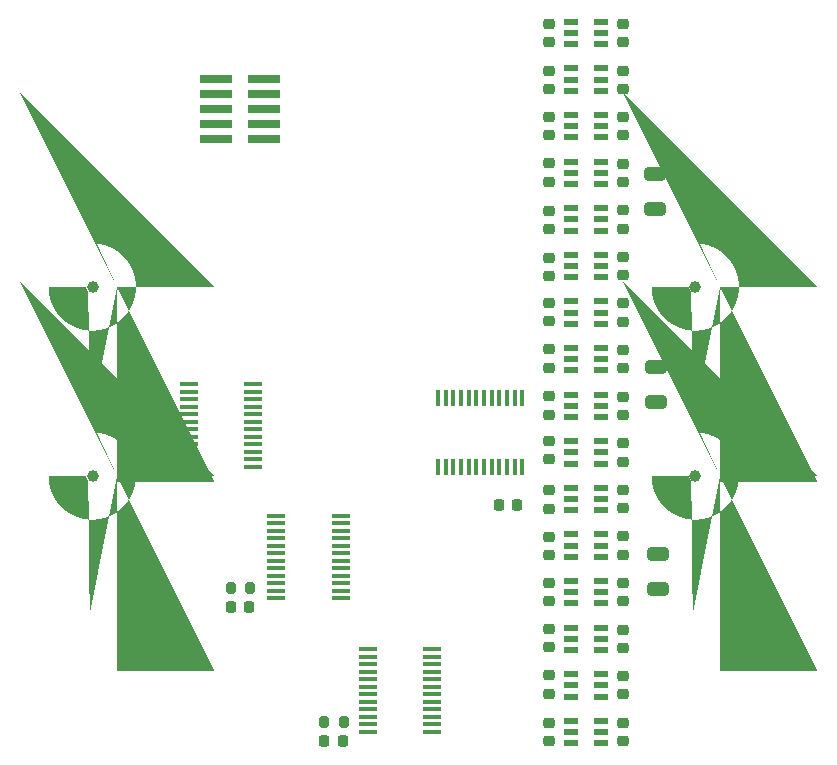
<source format=gbr>
%TF.GenerationSoftware,KiCad,Pcbnew,7.0.5*%
%TF.CreationDate,2023-09-21T19:27:35-05:00*%
%TF.ProjectId,KiCadPanel,4b694361-6450-4616-9e65-6c2e6b696361,rev?*%
%TF.SameCoordinates,Original*%
%TF.FileFunction,Soldermask,Top*%
%TF.FilePolarity,Negative*%
%FSLAX46Y46*%
G04 Gerber Fmt 4.6, Leading zero omitted, Abs format (unit mm)*
G04 Created by KiCad (PCBNEW 7.0.5) date 2023-09-21 19:27:35*
%MOMM*%
%LPD*%
G01*
G04 APERTURE LIST*
G04 Aperture macros list*
%AMRoundRect*
0 Rectangle with rounded corners*
0 $1 Rounding radius*
0 $2 $3 $4 $5 $6 $7 $8 $9 X,Y pos of 4 corners*
0 Add a 4 corners polygon primitive as box body*
4,1,4,$2,$3,$4,$5,$6,$7,$8,$9,$2,$3,0*
0 Add four circle primitives for the rounded corners*
1,1,$1+$1,$2,$3*
1,1,$1+$1,$4,$5*
1,1,$1+$1,$6,$7*
1,1,$1+$1,$8,$9*
0 Add four rect primitives between the rounded corners*
20,1,$1+$1,$2,$3,$4,$5,0*
20,1,$1+$1,$4,$5,$6,$7,0*
20,1,$1+$1,$6,$7,$8,$9,0*
20,1,$1+$1,$8,$9,$2,$3,0*%
%AMFreePoly0*
4,1,85,-1.713245,3.679731,-1.330727,3.619146,-0.956637,3.518909,-0.595074,3.380118,-0.250000,3.204294,0.074805,2.993363,0.375783,2.749636,0.649636,2.475783,0.893363,2.174805,1.104294,1.850000,1.280118,1.504926,1.418909,1.143363,1.519146,0.769273,1.579731,0.386755,1.600000,0.000000,1.579731,-0.386755,1.519146,-0.769273,1.418909,-1.143363,1.280118,-1.504926,1.104294,-1.850000,
0.893363,-2.174805,0.649636,-2.475783,0.375783,-2.749636,0.074805,-2.993363,-0.250000,-3.204294,-0.595074,-3.380118,-0.956637,-3.518909,-1.330727,-3.619146,-1.713245,-3.679731,-2.100000,-3.700000,-2.486755,-3.679731,-2.869273,-3.619146,-3.243363,-3.518909,-3.604926,-3.380118,-3.950000,-3.204294,-4.274805,-2.993363,-4.575783,-2.749636,-4.849636,-2.475783,-5.093363,-2.174805,-5.304294,-1.850000,
-5.480118,-1.504926,-5.618909,-1.143363,-5.719146,-0.769273,-5.779731,-0.386755,-5.800000,0.000000,-2.605142,0.000000,-2.584680,-0.142315,-2.524952,-0.273100,-2.430798,-0.381761,-2.309844,-0.459493,-2.171889,-0.500000,-2.028111,-0.500000,-1.890156,-0.459493,-1.769202,-0.381761,-1.675048,-0.273100,-1.615320,-0.142315,-1.594858,0.000000,-1.615320,0.142315,-1.675048,0.273100,-1.769202,0.381761,
-1.890156,0.459493,-2.028111,0.500000,-2.171889,0.500000,-2.309844,0.459493,-2.430798,0.381761,-2.524952,0.273100,-2.584680,0.142315,-2.605142,0.000000,-5.800000,0.000000,-5.779731,0.386755,-5.719146,0.769273,-5.618909,1.143363,-5.480118,1.504926,-5.304294,1.850000,-5.093363,2.174805,-4.849636,2.475783,-4.575783,2.749636,-4.274805,2.993363,-3.950000,3.204294,-3.604926,3.380118,
-3.243363,3.518909,-2.869273,3.619146,-2.486755,3.679731,-2.100000,3.700000,-1.713245,3.679731,-1.713245,3.679731,$1*%
G04 Aperture macros list end*
%ADD10RoundRect,0.225000X0.225000X0.250000X-0.225000X0.250000X-0.225000X-0.250000X0.225000X-0.250000X0*%
%ADD11RoundRect,0.225000X-0.250000X0.225000X-0.250000X-0.225000X0.250000X-0.225000X0.250000X0.225000X0*%
%ADD12R,1.150000X0.600000*%
%ADD13R,2.770000X0.650000*%
%ADD14C,1.000000*%
%ADD15FreePoly0,0.000000*%
%ADD16R,1.522000X0.435000*%
%ADD17RoundRect,0.250000X-0.650000X0.325000X-0.650000X-0.325000X0.650000X-0.325000X0.650000X0.325000X0*%
%ADD18RoundRect,0.200000X0.200000X0.275000X-0.200000X0.275000X-0.200000X-0.275000X0.200000X-0.275000X0*%
%ADD19R,0.450000X1.475000*%
G04 APERTURE END LIST*
D10*
%TO.C,C19*%
X142470000Y-92450000D03*
X140920000Y-92450000D03*
%TD*%
D11*
%TO.C,C27*%
X151390000Y-106921000D03*
X151390000Y-108471000D03*
%TD*%
%TO.C,C21*%
X145130000Y-71485000D03*
X145130000Y-73035000D03*
%TD*%
D12*
%TO.C,IC18*%
X146960000Y-79132000D03*
X146960000Y-80082000D03*
X146960000Y-81032000D03*
X149560000Y-81032000D03*
X149560000Y-80082000D03*
X149560000Y-79132000D03*
%TD*%
D11*
%TO.C,C5*%
X151390000Y-99033000D03*
X151390000Y-100583000D03*
%TD*%
%TO.C,C3*%
X151390000Y-67481000D03*
X151390000Y-69031000D03*
%TD*%
D12*
%TO.C,IC5*%
X146960000Y-98862000D03*
X146960000Y-99812000D03*
X146960000Y-100762000D03*
X149560000Y-100762000D03*
X149560000Y-99812000D03*
X149560000Y-98862000D03*
%TD*%
D13*
%TO.C,J1*%
X121010000Y-56350000D03*
X121010000Y-57620000D03*
X121010000Y-58890000D03*
X121010000Y-60160000D03*
X121010000Y-61430000D03*
X116970000Y-56350000D03*
X116970000Y-57620000D03*
X116970000Y-58890000D03*
X116970000Y-60160000D03*
X116970000Y-61430000D03*
%TD*%
D11*
%TO.C,C35*%
X151390000Y-95089000D03*
X151390000Y-96639000D03*
%TD*%
D14*
%TO.C,H102*%
X106500000Y-74000000D03*
D15*
X108600000Y-74000000D03*
%TD*%
D12*
%TO.C,IC4*%
X146960000Y-83078000D03*
X146960000Y-84028000D03*
X146960000Y-84978000D03*
X149560000Y-84978000D03*
X149560000Y-84028000D03*
X149560000Y-83078000D03*
%TD*%
D11*
%TO.C,C31*%
X145130000Y-106850000D03*
X145130000Y-108400000D03*
%TD*%
%TO.C,C20*%
X145130000Y-55655000D03*
X145130000Y-57205000D03*
%TD*%
D12*
%TO.C,IC3*%
X146960000Y-67294000D03*
X146960000Y-68244000D03*
X146960000Y-69194000D03*
X149560000Y-69194000D03*
X149560000Y-68244000D03*
X149560000Y-67294000D03*
%TD*%
D11*
%TO.C,C37*%
X145130000Y-63510000D03*
X145130000Y-65060000D03*
%TD*%
%TO.C,C38*%
X145130000Y-79260000D03*
X145130000Y-80810000D03*
%TD*%
D16*
%TO.C,IC10*%
X127490000Y-100334000D03*
X127490000Y-99700000D03*
X127490000Y-99064000D03*
X127490000Y-98430000D03*
X127490000Y-97794000D03*
X127490000Y-97160000D03*
X127490000Y-96524000D03*
X127490000Y-95890000D03*
X127490000Y-95254000D03*
X127490000Y-94620000D03*
X127490000Y-93984000D03*
X127490000Y-93350000D03*
X122062000Y-93350000D03*
X122062000Y-93984000D03*
X122062000Y-94620000D03*
X122062000Y-95254000D03*
X122062000Y-95890000D03*
X122062000Y-96524000D03*
X122062000Y-97160000D03*
X122062000Y-97794000D03*
X122062000Y-98430000D03*
X122062000Y-99064000D03*
X122062000Y-99700000D03*
X122062000Y-100334000D03*
%TD*%
D11*
%TO.C,C22*%
X145130000Y-87025000D03*
X145130000Y-88575000D03*
%TD*%
D17*
%TO.C,C6*%
X154080000Y-64435000D03*
X154080000Y-67385000D03*
%TD*%
D14*
%TO.C,H103*%
X106500000Y-90000000D03*
D15*
X108600000Y-90000000D03*
%TD*%
D11*
%TO.C,C26*%
X151390000Y-91145000D03*
X151390000Y-92695000D03*
%TD*%
%TO.C,C16*%
X151390000Y-87201000D03*
X151390000Y-88751000D03*
%TD*%
%TO.C,C28*%
X145130000Y-59575000D03*
X145130000Y-61125000D03*
%TD*%
D10*
%TO.C,C32*%
X112790000Y-89050000D03*
X111240000Y-89050000D03*
%TD*%
D11*
%TO.C,C17*%
X151390000Y-102977000D03*
X151390000Y-104527000D03*
%TD*%
%TO.C,C12*%
X145130000Y-83235000D03*
X145130000Y-84785000D03*
%TD*%
D12*
%TO.C,IC2*%
X146960000Y-51510000D03*
X146960000Y-52460000D03*
X146960000Y-53410000D03*
X149560000Y-53410000D03*
X149560000Y-52460000D03*
X149560000Y-51510000D03*
%TD*%
D18*
%TO.C,R3*%
X112840000Y-87390000D03*
X111190000Y-87390000D03*
%TD*%
D12*
%TO.C,IC14*%
X146960000Y-90970000D03*
X146960000Y-91920000D03*
X146960000Y-92870000D03*
X149560000Y-92870000D03*
X149560000Y-91920000D03*
X149560000Y-90970000D03*
%TD*%
D19*
%TO.C,IC11*%
X142890000Y-83374000D03*
X142240000Y-83374000D03*
X141590000Y-83374000D03*
X140940000Y-83374000D03*
X140290000Y-83374000D03*
X139640000Y-83374000D03*
X138990000Y-83374000D03*
X138340000Y-83374000D03*
X137690000Y-83374000D03*
X137040000Y-83374000D03*
X136390000Y-83374000D03*
X135740000Y-83374000D03*
X135740000Y-89250000D03*
X136390000Y-89250000D03*
X137040000Y-89250000D03*
X137690000Y-89250000D03*
X138340000Y-89250000D03*
X138990000Y-89250000D03*
X139640000Y-89250000D03*
X140290000Y-89250000D03*
X140940000Y-89250000D03*
X141590000Y-89250000D03*
X142240000Y-89250000D03*
X142890000Y-89250000D03*
%TD*%
D11*
%TO.C,C36*%
X151390000Y-110865000D03*
X151390000Y-112415000D03*
%TD*%
D12*
%TO.C,IC13*%
X146960000Y-75186000D03*
X146960000Y-76136000D03*
X146960000Y-77086000D03*
X149560000Y-77086000D03*
X149560000Y-76136000D03*
X149560000Y-75186000D03*
%TD*%
D10*
%TO.C,C18*%
X119760000Y-101030000D03*
X118210000Y-101030000D03*
%TD*%
D12*
%TO.C,IC7*%
X146960000Y-71240000D03*
X146960000Y-72190000D03*
X146960000Y-73140000D03*
X149560000Y-73140000D03*
X149560000Y-72190000D03*
X149560000Y-71240000D03*
%TD*%
%TO.C,IC9*%
X146960000Y-102808000D03*
X146960000Y-103758000D03*
X146960000Y-104708000D03*
X149560000Y-104708000D03*
X149560000Y-103758000D03*
X149560000Y-102808000D03*
%TD*%
D10*
%TO.C,C1*%
X127660000Y-112390000D03*
X126110000Y-112390000D03*
%TD*%
D17*
%TO.C,C7*%
X154330000Y-96575000D03*
X154330000Y-99525000D03*
%TD*%
D11*
%TO.C,C14*%
X151390000Y-55649000D03*
X151390000Y-57199000D03*
%TD*%
D12*
%TO.C,IC8*%
X146960000Y-87024000D03*
X146960000Y-87974000D03*
X146960000Y-88924000D03*
X149560000Y-88924000D03*
X149560000Y-87974000D03*
X149560000Y-87024000D03*
%TD*%
D14*
%TO.C,H101*%
X157500000Y-90000000D03*
D15*
X159600000Y-90000000D03*
%TD*%
D11*
%TO.C,C4*%
X151390000Y-83257000D03*
X151390000Y-84807000D03*
%TD*%
D12*
%TO.C,IC19*%
X146960000Y-94916000D03*
X146960000Y-95866000D03*
X146960000Y-96816000D03*
X149560000Y-96816000D03*
X149560000Y-95866000D03*
X149560000Y-94916000D03*
%TD*%
D11*
%TO.C,C33*%
X151390000Y-63537000D03*
X151390000Y-65087000D03*
%TD*%
D12*
%TO.C,IC17*%
X146960000Y-63348000D03*
X146960000Y-64298000D03*
X146960000Y-65248000D03*
X149560000Y-65248000D03*
X149560000Y-64298000D03*
X149560000Y-63348000D03*
%TD*%
D11*
%TO.C,C24*%
X151390000Y-59593000D03*
X151390000Y-61143000D03*
%TD*%
D16*
%TO.C,IC16*%
X120100000Y-89194000D03*
X120100000Y-88560000D03*
X120100000Y-87924000D03*
X120100000Y-87290000D03*
X120100000Y-86654000D03*
X120100000Y-86020000D03*
X120100000Y-85384000D03*
X120100000Y-84750000D03*
X120100000Y-84114000D03*
X120100000Y-83480000D03*
X120100000Y-82844000D03*
X120100000Y-82210000D03*
X114672000Y-82210000D03*
X114672000Y-82844000D03*
X114672000Y-83480000D03*
X114672000Y-84114000D03*
X114672000Y-84750000D03*
X114672000Y-85384000D03*
X114672000Y-86020000D03*
X114672000Y-86654000D03*
X114672000Y-87290000D03*
X114672000Y-87924000D03*
X114672000Y-88560000D03*
X114672000Y-89194000D03*
%TD*%
D12*
%TO.C,IC15*%
X146960000Y-106754000D03*
X146960000Y-107704000D03*
X146960000Y-108654000D03*
X149560000Y-108654000D03*
X149560000Y-107704000D03*
X149560000Y-106754000D03*
%TD*%
D11*
%TO.C,C40*%
X145130000Y-110865000D03*
X145130000Y-112415000D03*
%TD*%
%TO.C,C11*%
X145130000Y-67505000D03*
X145130000Y-69055000D03*
%TD*%
D12*
%TO.C,IC20*%
X146960000Y-110700000D03*
X146960000Y-111650000D03*
X146960000Y-112600000D03*
X149560000Y-112600000D03*
X149560000Y-111650000D03*
X149560000Y-110700000D03*
%TD*%
D11*
%TO.C,C2*%
X151390000Y-51705000D03*
X151390000Y-53255000D03*
%TD*%
%TO.C,C29*%
X145130000Y-75295000D03*
X145130000Y-76845000D03*
%TD*%
%TO.C,C34*%
X151390000Y-79313000D03*
X151390000Y-80863000D03*
%TD*%
D18*
%TO.C,R1*%
X127740000Y-110820000D03*
X126090000Y-110820000D03*
%TD*%
D11*
%TO.C,C15*%
X151390000Y-71425000D03*
X151390000Y-72975000D03*
%TD*%
D16*
%TO.C,IC1*%
X135264000Y-111642000D03*
X135264000Y-111008000D03*
X135264000Y-110372000D03*
X135264000Y-109738000D03*
X135264000Y-109102000D03*
X135264000Y-108468000D03*
X135264000Y-107832000D03*
X135264000Y-107198000D03*
X135264000Y-106562000D03*
X135264000Y-105928000D03*
X135264000Y-105292000D03*
X135264000Y-104658000D03*
X129836000Y-104658000D03*
X129836000Y-105292000D03*
X129836000Y-105928000D03*
X129836000Y-106562000D03*
X129836000Y-107198000D03*
X129836000Y-107832000D03*
X129836000Y-108468000D03*
X129836000Y-109102000D03*
X129836000Y-109738000D03*
X129836000Y-110372000D03*
X129836000Y-111008000D03*
X129836000Y-111642000D03*
%TD*%
D12*
%TO.C,IC12*%
X146960000Y-59402000D03*
X146960000Y-60352000D03*
X146960000Y-61302000D03*
X149560000Y-61302000D03*
X149560000Y-60352000D03*
X149560000Y-59402000D03*
%TD*%
D11*
%TO.C,C23*%
X145130000Y-102940000D03*
X145130000Y-104490000D03*
%TD*%
D14*
%TO.C,H100*%
X157500000Y-74000000D03*
D15*
X159600000Y-74000000D03*
%TD*%
D12*
%TO.C,IC6*%
X146960000Y-55456000D03*
X146960000Y-56406000D03*
X146960000Y-57356000D03*
X149560000Y-57356000D03*
X149560000Y-56406000D03*
X149560000Y-55456000D03*
%TD*%
D11*
%TO.C,C13*%
X145130000Y-99015000D03*
X145130000Y-100565000D03*
%TD*%
%TO.C,C25*%
X151390000Y-75369000D03*
X151390000Y-76919000D03*
%TD*%
D18*
%TO.C,R2*%
X119825000Y-99420000D03*
X118175000Y-99420000D03*
%TD*%
D11*
%TO.C,C39*%
X145130000Y-95150000D03*
X145130000Y-96700000D03*
%TD*%
D17*
%TO.C,C8*%
X154220000Y-80745000D03*
X154220000Y-83695000D03*
%TD*%
D11*
%TO.C,C30*%
X145130000Y-91190000D03*
X145130000Y-92740000D03*
%TD*%
%TO.C,C10*%
X145130000Y-51695000D03*
X145130000Y-53245000D03*
%TD*%
M02*

</source>
